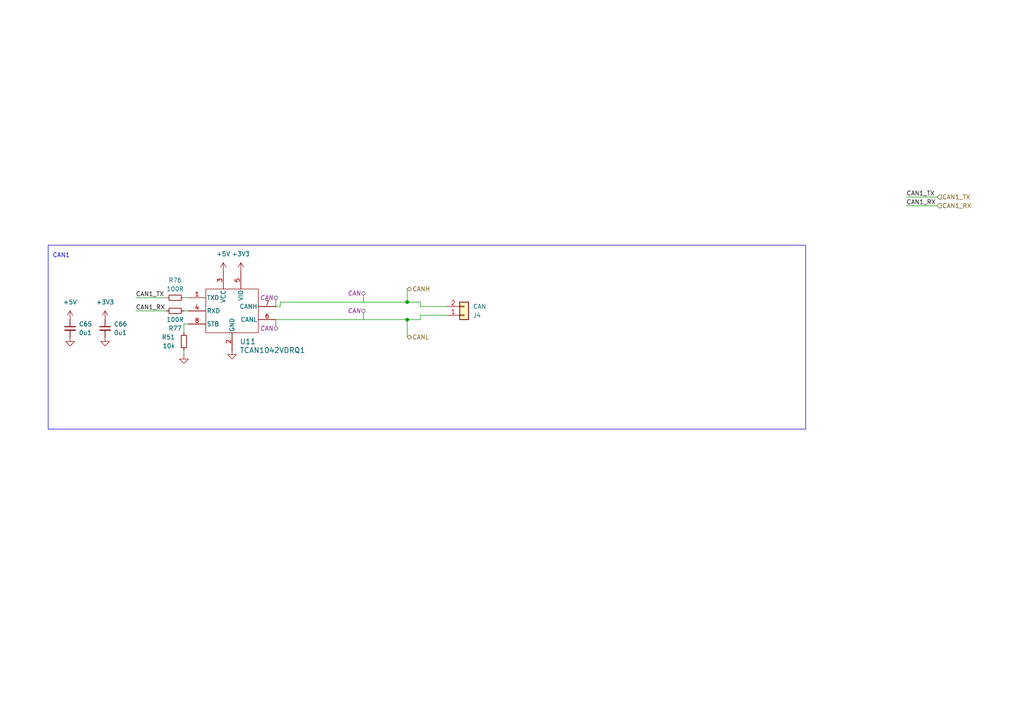
<source format=kicad_sch>
(kicad_sch (version 20231120) (generator "eeschema") (generator_version "8.0")
  (paper "A4")
  (title_block (title "IMU DIY") (date "2025-05-09") (rev "1.2") (company "NTURacing") (comment 1 "郭哲明 Jack Kuo") (comment 2 "Electrical group"))
  (lib_symbols
    (symbol "Connector_Generic:Conn_01x02" (pin_names (offset 1.016) hide)
      (property "Reference" "J" (at 0 2.54 0))
      (property "Value" "Conn_01x02" (at 0 -5.08 0))
      (symbol "Conn_01x02_1_1"
        (rectangle (start -1.27 -2.413) (end 0 -2.667) (stroke (width 0.1524)))
        (rectangle (start -1.27 0.127) (end 0 -0.127) (stroke (width 0.1524)))
        (rectangle (start -1.27 1.27) (end 1.27 -3.81) (stroke (width 0.254)) (fill (type background)))
        (pin passive line (at -5.08 0 0) (length 3.81) (name "Pin_1") (number "1"))
        (pin passive line (at -5.08 -2.54 0) (length 3.81) (name "Pin_2") (number "2"))
      )
    )
    (symbol "Device:C_Small" (pin_numbers hide) (pin_names (offset 0.254) hide)
      (property "Reference" "C" (at 0.254 1.778 0))
      (property "Value" "C_Small" (at 0.254 -2.032 0))
      (symbol "C_Small_0_1"
        (polyline (pts (xy -1.524 -0.508) (xy 1.524 -0.508)) (stroke (width 0.3302)))
        (polyline (pts (xy -1.524 0.508) (xy 1.524 0.508)) (stroke (width 0.3048)))
      )
      (symbol "C_Small_1_1"
        (pin passive line (at 0 2.54 270) (length 2.032) (name "~") (number "1"))
        (pin passive line (at 0 -2.54 90) (length 2.032) (name "~") (number "2"))
      )
    )
    (symbol "Device:R_Small" (pin_numbers hide) (pin_names (offset 0.254) hide)
      (property "Reference" "R" (at 0.762 0.508 0))
      (property "Value" "R_Small" (at 0.762 -1.016 0))
      (symbol "R_Small_0_1"
        (rectangle (start -0.762 1.778) (end 0.762 -1.778) (stroke (width 0.2032)))
      )
      (symbol "R_Small_1_1"
        (pin passive line (at 0 2.54 270) (length 0.762) (name "~") (number "1"))
        (pin passive line (at 0 -2.54 90) (length 0.762) (name "~") (number "2"))
      )
    )
    (symbol "nturt_kicad_lib_EP6:TCAN1042VDRQ1" (pin_names (offset 0.254))
      (property "Reference" "U" (at 0 2.54 0))
      (property "Value" "TCAN1042VDRQ1" (at 0 0 0))
      (symbol "TCAN1042VDRQ1_0_1"
        (pin input line (at -12.7 3.81 0) (length 5.08) (name "TXD") (number "1"))
        (pin power_in line (at 0 -11.43 90) (length 5.08) (name "GND") (number "2"))
        (pin power_in line (at -2.54 11.43 270) (length 5.08) (name "VCC") (number "3"))
        (pin output line (at -12.7 0 0) (length 5.08) (name "RXD") (number "4"))
        (pin power_in line (at 2.54 11.43 270) (length 5.08) (name "VIO") (number "5"))
        (pin bidirectional line (at 12.7 -2.54 180) (length 5.08) (name "CANL") (number "6"))
        (pin bidirectional line (at 12.7 1.27 180) (length 5.08) (name "CANH") (number "7"))
        (pin input line (at -12.7 -3.81 0) (length 5.08) (name "STB") (number "8"))
      )
      (symbol "TCAN1042VDRQ1_1_1"
        (rectangle (start -7.62 6.35) (end 7.62 -6.35))
      )
    )
    (symbol "power:+3V3" (power) (pin_numbers hide) (pin_names (offset 0) hide)
      (property "Value" "+3V3" (at 0 3.556 0))
      (symbol "+3V3_0_1"
        (polyline (pts (xy -0.762 1.27) (xy 0 2.54)))
        (polyline (pts (xy 0 0) (xy 0 2.54)))
        (polyline (pts (xy 0 2.54) (xy 0.762 1.27)))
      )
      (symbol "+3V3_1_1"
        (pin power_in line (at 0 0 90) (length 0) (name "~") (number "1"))
      )
    )
    (symbol "power:+5V" (power) (pin_numbers hide) (pin_names (offset 0) hide)
      (property "Value" "+5V" (at 0 3.556 0))
      (symbol "+5V_0_1"
        (polyline (pts (xy -0.762 1.27) (xy 0 2.54)))
        (polyline (pts (xy 0 0) (xy 0 2.54)))
        (polyline (pts (xy 0 2.54) (xy 0.762 1.27)))
      )
      (symbol "+5V_1_1"
        (pin power_in line (at 0 0 90) (length 0) (name "~") (number "1"))
      )
    )
    (symbol "power:GND" (power) (pin_numbers hide) (pin_names (offset 0) hide)
      (property "Value" "GND" (at 0 -3.81 0))
      (symbol "GND_0_1"
        (polyline (pts (xy 0 0) (xy 0 -1.27) (xy 1.27 -1.27) (xy 0 -2.54) (xy -1.27 -1.27) (xy 0 -1.27)))
      )
      (symbol "GND_1_1"
        (pin power_in line (at 0 0 270) (length 0) (name "~") (number "1"))
      )
    )
  )
  (junction (at 118.11 92.71))
  (junction (at 118.11 87.63))
  (wire (pts (xy 53.34 86.36) (xy 54.61 86.36)))
  (wire (pts (xy 53.34 90.17) (xy 54.61 90.17)))
  (wire (pts (xy 53.34 102.87) (xy 53.34 101.6)))
  (wire (pts (xy 81.28 87.63) (xy 118.11 87.63)))
  (wire (pts (xy 262.89 57.15) (xy 271.78 57.15)))
  (wire (pts (xy 81.28 88.9) (xy 81.28 87.63)))
  (wire (pts (xy 118.11 87.63) (xy 121.92 87.63)))
  (wire (pts (xy 121.92 92.71) (xy 118.11 92.71)))
  (wire (pts (xy 80.01 92.71) (xy 118.11 92.71)))
  (wire (pts (xy 121.92 92.71) (xy 121.92 91.44)))
  (wire (pts (xy 53.34 96.52) (xy 53.34 93.98)))
  (wire (pts (xy 121.92 88.9) (xy 121.92 87.63)))
  (wire (pts (xy 121.92 88.9) (xy 129.54 88.9)))
  (wire (pts (xy 53.34 93.98) (xy 54.61 93.98)))
  (wire (pts (xy 262.89 59.69) (xy 271.78 59.69)))
  (wire (pts (xy 39.37 90.17) (xy 48.26 90.17)))
  (wire (pts (xy 80.01 88.9) (xy 81.28 88.9)))
  (wire (pts (xy 118.11 97.79) (xy 118.11 92.71)))
  (wire (pts (xy 39.37 86.36) (xy 48.26 86.36)))
  (wire (pts (xy 121.92 91.44) (xy 129.54 91.44)))
  (wire (pts (xy 118.11 83.82) (xy 118.11 87.63)))
  (rectangle (start 13.97 71.12) (end 233.68 124.46))
  (text "CAN1" (at 15.24 74.93 0) (effects (font (size 1.27 1.27)) (justify left bottom)))
  (label "CAN1_RX" (at 262.89 59.69 0))
  (label "CAN1_TX" (at 262.89 57.15 0))
  (label "CAN1_TX" (at 39.37 86.36 0))
  (label "CAN1_RX" (at 39.37 90.17 0))
  (hierarchical_label "CANH" (shape bidirectional) (at 118.11 83.82 0))
  (hierarchical_label "CANL" (shape bidirectional) (at 118.11 97.79 0))
  (hierarchical_label "CAN1_RX" (shape input) (at 271.78 59.69 0))
  (hierarchical_label "CAN1_TX" (shape input) (at 271.78 57.15 0))
  (netclass_flag "" (length 2.54) (shape round) (at 80.01 92.71 180) (property "Netclass" "CAN" (at 79.3115 95.25 0) (effects (font (italic yes)) (justify right))))
  (netclass_flag "" (length 2.54) (shape round) (at 105.41 87.63 0) (property "Netclass" "CAN" (at 104.7115 85.09 0) (effects (font (italic yes)) (justify right))))
  (netclass_flag "" (length 2.54) (shape round) (at 80.01 88.9 0) (property "Netclass" "CAN" (at 79.3115 86.36 0) (effects (font (italic yes)) (justify right))))
  (netclass_flag "" (length 2.54) (shape round) (at 105.41 92.71 0) (property "Netclass" "CAN" (at 104.7115 90.17 0) (effects (font (italic yes)) (justify right))))
  (symbol (lib_id "power:GND") (at 30.48 97.79 0) (unit 1)
    (property "Reference" "#PWR0131" (effects (hide yes)))
    (property "Value" "GND" (effects (hide yes)))
    (property "Description" "Power symbol creates a global label with name \"GND\" , ground" (effects (hide yes)))
  )
  (symbol (lib_id "power:GND") (at 53.34 102.87 0) (unit 1)
    (property "Reference" "#PWR0125" (effects (hide yes)))
    (property "Value" "GND" (effects (hide yes)))
    (property "Description" "Power symbol creates a global label with name \"GND\" , ground" (effects (hide yes)))
  )
  (symbol (lib_id "Device:R_Small") (at 50.8 86.36 90) (unit 1)
    (property "Reference" "R76" (at 50.8 81.28 90))
    (property "Value" "100R" (at 50.8 83.82 90))
    (property "Footprint" "Resistor_SMD:R_0402_1005Metric" (effects (hide yes)))
    (property "Description" "Resistor, small symbol" (effects (hide yes)))
  )
  (symbol (lib_id "Device:C_Small") (at 30.48 95.25 0) (unit 1)
    (property "Reference" "C66" (at 33.02 93.9863 0) (effects (justify left)))
    (property "Value" "0u1" (at 33.02 96.5263 0) (effects (justify left)))
    (property "Footprint" "Capacitor_SMD:C_0402_1005Metric" (effects (hide yes)))
    (property "Description" "Unpolarized capacitor, small symbol" (effects (hide yes)))
  )
  (symbol (lib_id "Device:R_Small") (at 50.8 90.17 90) (mirror x) (unit 1)
    (property "Reference" "R77" (at 50.8 95.25 90))
    (property "Value" "100R" (at 50.8 92.71 90))
    (property "Footprint" "Resistor_SMD:R_0402_1005Metric" (effects (hide yes)))
    (property "Description" "Resistor, small symbol" (effects (hide yes)))
  )
  (symbol (lib_id "power:+3V3") (at 69.85 78.74 0) (unit 1)
    (property "Reference" "#PWR0123" (effects (hide yes)))
    (property "Value" "+3V3" (at 69.85 73.66 0))
    (property "Description" "Power symbol creates a global label with name \"+3V3\"" (effects (hide yes)))
  )
  (symbol (lib_id "power:+3V3") (at 30.48 92.71 0) (unit 1)
    (property "Reference" "#PWR0128" (effects (hide yes)))
    (property "Value" "+3V3" (at 30.48 87.63 0))
    (property "Description" "Power symbol creates a global label with name \"+3V3\"" (effects (hide yes)))
  )
  (symbol (lib_id "power:+5V") (at 20.32 92.71 0) (unit 1)
    (property "Reference" "#PWR0127" (effects (hide yes)))
    (property "Value" "+5V" (at 20.32 87.63 0))
    (property "Description" "Power symbol creates a global label with name \"+5V\"" (effects (hide yes)))
  )
  (symbol (lib_id "power:GND") (at 20.32 97.79 0) (unit 1)
    (property "Reference" "#PWR0130" (effects (hide yes)))
    (property "Value" "GND" (effects (hide yes)))
    (property "Description" "Power symbol creates a global label with name \"GND\" , ground" (effects (hide yes)))
  )
  (symbol (lib_id "Device:R_Small") (at 53.34 99.06 0) (mirror y) (unit 1) (in_bom no)
    (property "Reference" "R51" (at 50.8 97.7899 0) (effects (justify left)))
    (property "Value" "10k" (at 50.8 100.3299 0) (effects (justify left)))
    (property "Footprint" "Resistor_SMD:R_0402_1005Metric" (effects (hide yes)))
    (property "Description" "Resistor, small symbol" (effects (hide yes)))
  )
  (symbol (lib_id "Connector_Generic:Conn_01x02") (at 134.62 91.44 0) (mirror x) (unit 1)
    (property "Reference" "J4" (at 137.16 91.44 0) (effects (justify left)))
    (property "Value" "CAN" (at 137.16 88.9 0) (effects (justify left)))
    (property "Footprint" "Connector_JST:JST_XH_B2B-XH-A_1x02_P2.50mm_Vertical" (effects (hide yes)))
    (property "Description" "Generic connector, single row, 01x02, script generated (kicad-library-utils/schlib/autogen/connector/)" (effects (hide yes)))
  )
  (symbol (lib_id "power:GND") (at 67.31 101.6 0) (unit 1)
    (property "Reference" "#PWR0126" (effects (hide yes)))
    (property "Value" "GND" (effects (hide yes)))
    (property "Description" "Power symbol creates a global label with name \"GND\" , ground" (effects (hide yes)))
  )
  (symbol (lib_id "nturt_kicad_lib_EP6:TCAN1042VDRQ1") (at 67.31 90.17 0) (unit 1)
    (property "Reference" "U11" (at 69.5041 99.06 0) (effects (font (size 1.524 1.524)) (justify left)))
    (property "Value" "TCAN1042VDRQ1" (at 69.5041 101.6 0) (effects (font (size 1.524 1.524)) (justify left)))
    (property "Footprint" "Package_SO:SOIC-8_3.9x4.9mm_P1.27mm" (effects (hide yes)))
    (property "Datasheet" "TCAN1042VDRQ1" (effects (hide yes)))
  )
  (symbol (lib_id "Device:C_Small") (at 20.32 95.25 0) (unit 1)
    (property "Reference" "C65" (at 22.86 93.9863 0) (effects (justify left)))
    (property "Value" "0u1" (at 22.86 96.5263 0) (effects (justify left)))
    (property "Footprint" "Capacitor_SMD:C_0402_1005Metric" (effects (hide yes)))
    (property "Description" "Unpolarized capacitor, small symbol" (effects (hide yes)))
  )
  (symbol (lib_id "power:+5V") (at 64.77 78.74 0) (unit 1)
    (property "Reference" "#PWR0122" (effects (hide yes)))
    (property "Value" "+5V" (at 64.77 73.66 0))
    (property "Description" "Power symbol creates a global label with name \"+5V\"" (effects (hide yes)))
  )
)
</source>
